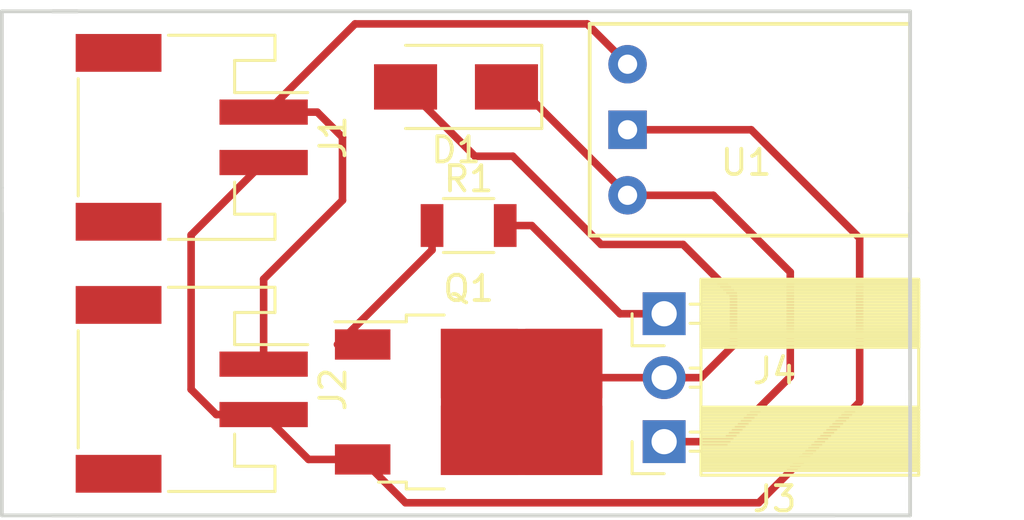
<source format=kicad_pcb>
(kicad_pcb (version 4) (host pcbnew 4.0.7)

  (general
    (links 14)
    (no_connects 0)
    (area 124.924999 88.225 165.07762 110.275)
    (thickness 1.6)
    (drawings 12)
    (tracks 46)
    (zones 0)
    (modules 8)
    (nets 7)
  )

  (page A4)
  (layers
    (0 F.Cu signal)
    (31 B.Cu signal)
    (32 B.Adhes user)
    (33 F.Adhes user)
    (34 B.Paste user)
    (35 F.Paste user)
    (36 B.SilkS user)
    (37 F.SilkS user)
    (38 B.Mask user)
    (39 F.Mask user)
    (40 Dwgs.User user)
    (41 Cmts.User user)
    (42 Eco1.User user)
    (43 Eco2.User user)
    (44 Edge.Cuts user)
    (45 Margin user)
    (46 B.CrtYd user)
    (47 F.CrtYd user)
    (48 B.Fab user)
    (49 F.Fab user)
  )

  (setup
    (last_trace_width 0.3)
    (trace_clearance 0.4)
    (zone_clearance 0.508)
    (zone_45_only no)
    (trace_min 0.2)
    (segment_width 0.2)
    (edge_width 0.15)
    (via_size 0.6)
    (via_drill 0.4)
    (via_min_size 0.4)
    (via_min_drill 0.3)
    (uvia_size 0.3)
    (uvia_drill 0.1)
    (uvias_allowed no)
    (uvia_min_size 0.2)
    (uvia_min_drill 0.1)
    (pcb_text_width 0.3)
    (pcb_text_size 1.5 1.5)
    (mod_edge_width 0.15)
    (mod_text_size 1 1)
    (mod_text_width 0.15)
    (pad_size 1.524 1.524)
    (pad_drill 0.762)
    (pad_to_mask_clearance 0.2)
    (aux_axis_origin 0 0)
    (visible_elements FFFFEF7F)
    (pcbplotparams
      (layerselection 0x00030_80000001)
      (usegerberextensions false)
      (excludeedgelayer true)
      (linewidth 0.100000)
      (plotframeref false)
      (viasonmask false)
      (mode 1)
      (useauxorigin false)
      (hpglpennumber 1)
      (hpglpenspeed 20)
      (hpglpendiameter 15)
      (hpglpenoverlay 2)
      (psnegative false)
      (psa4output false)
      (plotreference true)
      (plotvalue true)
      (plotinvisibletext false)
      (padsonsilk false)
      (subtractmaskfromsilk false)
      (outputformat 1)
      (mirror false)
      (drillshape 1)
      (scaleselection 1)
      (outputdirectory ""))
  )

  (net 0 "")
  (net 1 +3V8)
  (net 2 GND)
  (net 3 "Net-(D1-Pad1)")
  (net 4 "Net-(D1-Pad2)")
  (net 5 "Net-(J4-Pad1)")
  (net 6 "Net-(Q1-Pad1)")

  (net_class Default "This is the default net class."
    (clearance 0.4)
    (trace_width 0.3)
    (via_dia 0.6)
    (via_drill 0.4)
    (uvia_dia 0.3)
    (uvia_drill 0.1)
    (add_net +3V8)
    (add_net GND)
    (add_net "Net-(D1-Pad1)")
    (add_net "Net-(D1-Pad2)")
    (add_net "Net-(J4-Pad1)")
    (add_net "Net-(Q1-Pad1)")
  )

  (module Socket_Strips:Socket_Strip_Angled_1x02_Pitch2.54mm (layer F.Cu) (tedit 5A1C713E) (tstamp 5A0C6C3B)
    (at 151.25 106.075 180)
    (descr "Through hole angled socket strip, 1x02, 2.54mm pitch, 8.51mm socket length, single row")
    (tags "Through hole angled socket strip THT 1x02 2.54mm single row")
    (path /5A0C65C2)
    (fp_text reference J3 (at -4.38 -2.27 180) (layer F.SilkS)
      (effects (font (size 1 1) (thickness 0.15)))
    )
    (fp_text value "Sensor 5V Power" (at -7.75 2.075 180) (layer F.Fab)
      (effects (font (size 1 1) (thickness 0.15)))
    )
    (fp_line (start -1.52 -1.27) (end -1.52 1.27) (layer F.Fab) (width 0.1))
    (fp_line (start -1.52 1.27) (end -10.03 1.27) (layer F.Fab) (width 0.1))
    (fp_line (start -10.03 1.27) (end -10.03 -1.27) (layer F.Fab) (width 0.1))
    (fp_line (start -10.03 -1.27) (end -1.52 -1.27) (layer F.Fab) (width 0.1))
    (fp_line (start 0 -0.32) (end 0 0.32) (layer F.Fab) (width 0.1))
    (fp_line (start 0 0.32) (end -1.52 0.32) (layer F.Fab) (width 0.1))
    (fp_line (start -1.52 0.32) (end -1.52 -0.32) (layer F.Fab) (width 0.1))
    (fp_line (start -1.52 -0.32) (end 0 -0.32) (layer F.Fab) (width 0.1))
    (fp_line (start -1.52 1.27) (end -1.52 3.81) (layer F.Fab) (width 0.1))
    (fp_line (start -1.52 3.81) (end -10.03 3.81) (layer F.Fab) (width 0.1))
    (fp_line (start -10.03 3.81) (end -10.03 1.27) (layer F.Fab) (width 0.1))
    (fp_line (start -10.03 1.27) (end -1.52 1.27) (layer F.Fab) (width 0.1))
    (fp_line (start 0 2.22) (end 0 2.86) (layer F.Fab) (width 0.1))
    (fp_line (start 0 2.86) (end -1.52 2.86) (layer F.Fab) (width 0.1))
    (fp_line (start -1.52 2.86) (end -1.52 2.22) (layer F.Fab) (width 0.1))
    (fp_line (start -1.52 2.22) (end 0 2.22) (layer F.Fab) (width 0.1))
    (fp_line (start -1.46 -1.33) (end -1.46 1.27) (layer F.SilkS) (width 0.12))
    (fp_line (start -1.46 1.27) (end -10.09 1.27) (layer F.SilkS) (width 0.12))
    (fp_line (start -10.09 1.27) (end -10.09 -1.33) (layer F.SilkS) (width 0.12))
    (fp_line (start -10.09 -1.33) (end -1.46 -1.33) (layer F.SilkS) (width 0.12))
    (fp_line (start -1.03 -0.38) (end -1.46 -0.38) (layer F.SilkS) (width 0.12))
    (fp_line (start -1.03 0.38) (end -1.46 0.38) (layer F.SilkS) (width 0.12))
    (fp_line (start -1.46 -1.15) (end -10.09 -1.15) (layer F.SilkS) (width 0.12))
    (fp_line (start -1.46 -1.03) (end -10.09 -1.03) (layer F.SilkS) (width 0.12))
    (fp_line (start -1.46 -0.91) (end -10.09 -0.91) (layer F.SilkS) (width 0.12))
    (fp_line (start -1.46 -0.79) (end -10.09 -0.79) (layer F.SilkS) (width 0.12))
    (fp_line (start -1.46 -0.67) (end -10.09 -0.67) (layer F.SilkS) (width 0.12))
    (fp_line (start -1.46 -0.55) (end -10.09 -0.55) (layer F.SilkS) (width 0.12))
    (fp_line (start -1.46 -0.43) (end -10.09 -0.43) (layer F.SilkS) (width 0.12))
    (fp_line (start -1.46 -0.31) (end -10.09 -0.31) (layer F.SilkS) (width 0.12))
    (fp_line (start -1.46 -0.19) (end -10.09 -0.19) (layer F.SilkS) (width 0.12))
    (fp_line (start -1.46 -0.07) (end -10.09 -0.07) (layer F.SilkS) (width 0.12))
    (fp_line (start -1.46 0.05) (end -10.09 0.05) (layer F.SilkS) (width 0.12))
    (fp_line (start -1.46 0.17) (end -10.09 0.17) (layer F.SilkS) (width 0.12))
    (fp_line (start -1.46 0.29) (end -10.09 0.29) (layer F.SilkS) (width 0.12))
    (fp_line (start -1.46 0.41) (end -10.09 0.41) (layer F.SilkS) (width 0.12))
    (fp_line (start -1.46 0.53) (end -10.09 0.53) (layer F.SilkS) (width 0.12))
    (fp_line (start -1.46 0.65) (end -10.09 0.65) (layer F.SilkS) (width 0.12))
    (fp_line (start -1.46 0.77) (end -10.09 0.77) (layer F.SilkS) (width 0.12))
    (fp_line (start -1.46 0.89) (end -10.09 0.89) (layer F.SilkS) (width 0.12))
    (fp_line (start -1.46 1.01) (end -10.09 1.01) (layer F.SilkS) (width 0.12))
    (fp_line (start -1.46 1.13) (end -10.09 1.13) (layer F.SilkS) (width 0.12))
    (fp_line (start -1.46 1.25) (end -10.09 1.25) (layer F.SilkS) (width 0.12))
    (fp_line (start -1.46 1.37) (end -10.09 1.37) (layer F.SilkS) (width 0.12))
    (fp_line (start -1.46 1.27) (end -1.46 3.87) (layer F.SilkS) (width 0.12))
    (fp_line (start -1.46 3.87) (end -10.09 3.87) (layer F.SilkS) (width 0.12))
    (fp_line (start -10.09 3.87) (end -10.09 1.27) (layer F.SilkS) (width 0.12))
    (fp_line (start -10.09 1.27) (end -1.46 1.27) (layer F.SilkS) (width 0.12))
    (fp_line (start -1.03 2.16) (end -1.46 2.16) (layer F.SilkS) (width 0.12))
    (fp_line (start -1.03 2.92) (end -1.46 2.92) (layer F.SilkS) (width 0.12))
    (fp_line (start 0 -1.27) (end 1.27 -1.27) (layer F.SilkS) (width 0.12))
    (fp_line (start 1.27 -1.27) (end 1.27 0) (layer F.SilkS) (width 0.12))
    (fp_line (start 1.8 -1.8) (end 1.8 4.35) (layer F.CrtYd) (width 0.05))
    (fp_line (start 1.8 4.35) (end -10.55 4.35) (layer F.CrtYd) (width 0.05))
    (fp_line (start -10.55 4.35) (end -10.55 -1.8) (layer F.CrtYd) (width 0.05))
    (fp_line (start -10.55 -1.8) (end 1.8 -1.8) (layer F.CrtYd) (width 0.05))
    (fp_text user %R (at -4.38 -2.27 180) (layer F.Fab)
      (effects (font (size 1 1) (thickness 0.15)))
    )
    (pad 1 thru_hole rect (at 0 0 180) (size 1.7 1.7) (drill 1) (layers *.Cu *.Mask)
      (net 3 "Net-(D1-Pad1)"))
    (pad 2 thru_hole oval (at 0 2.54 180) (size 1.7 1.7) (drill 1) (layers *.Cu *.Mask))
    (model ${KISYS3DMOD}/Socket_Strips.3dshapes/Socket_Strip_Angled_1x02_Pitch2.54mm.wrl
      (at (xyz 0 -0.05 0))
      (scale (xyz 1 1 1))
      (rotate (xyz 0 0 270))
    )
  )

  (module Socket_Strips:Socket_Strip_Angled_1x01_Pitch2.54mm (layer F.Cu) (tedit 5A1C7139) (tstamp 5A0E1342)
    (at 151.25 101 180)
    (descr "Through hole angled socket strip, 1x01, 2.54mm pitch, 8.51mm socket length, single row")
    (tags "Through hole angled socket strip THT 1x01 2.54mm single row")
    (path /5A0E0D78)
    (fp_text reference J4 (at -4.38 -2.27 180) (layer F.SilkS)
      (effects (font (size 1 1) (thickness 0.15)))
    )
    (fp_text value "WiPy Sensor Enable Pin" (at -5 2 180) (layer F.Fab)
      (effects (font (size 1 1) (thickness 0.15)))
    )
    (fp_line (start -1.52 -1.27) (end -1.52 1.27) (layer F.Fab) (width 0.1))
    (fp_line (start -1.52 1.27) (end -10.03 1.27) (layer F.Fab) (width 0.1))
    (fp_line (start -10.03 1.27) (end -10.03 -1.27) (layer F.Fab) (width 0.1))
    (fp_line (start -10.03 -1.27) (end -1.52 -1.27) (layer F.Fab) (width 0.1))
    (fp_line (start 0 -0.32) (end 0 0.32) (layer F.Fab) (width 0.1))
    (fp_line (start 0 0.32) (end -1.52 0.32) (layer F.Fab) (width 0.1))
    (fp_line (start -1.52 0.32) (end -1.52 -0.32) (layer F.Fab) (width 0.1))
    (fp_line (start -1.52 -0.32) (end 0 -0.32) (layer F.Fab) (width 0.1))
    (fp_line (start -1.46 -1.33) (end -1.46 1.33) (layer F.SilkS) (width 0.12))
    (fp_line (start -1.46 1.33) (end -10.09 1.33) (layer F.SilkS) (width 0.12))
    (fp_line (start -10.09 1.33) (end -10.09 -1.33) (layer F.SilkS) (width 0.12))
    (fp_line (start -10.09 -1.33) (end -1.46 -1.33) (layer F.SilkS) (width 0.12))
    (fp_line (start -1.46 -1.33) (end -1.46 1.27) (layer F.SilkS) (width 0.12))
    (fp_line (start -1.46 1.27) (end -10.09 1.27) (layer F.SilkS) (width 0.12))
    (fp_line (start -10.09 1.27) (end -10.09 -1.33) (layer F.SilkS) (width 0.12))
    (fp_line (start -10.09 -1.33) (end -1.46 -1.33) (layer F.SilkS) (width 0.12))
    (fp_line (start -1.03 -0.38) (end -1.46 -0.38) (layer F.SilkS) (width 0.12))
    (fp_line (start -1.03 0.38) (end -1.46 0.38) (layer F.SilkS) (width 0.12))
    (fp_line (start -1.46 -1.15) (end -10.09 -1.15) (layer F.SilkS) (width 0.12))
    (fp_line (start -1.46 -1.03) (end -10.09 -1.03) (layer F.SilkS) (width 0.12))
    (fp_line (start -1.46 -0.91) (end -10.09 -0.91) (layer F.SilkS) (width 0.12))
    (fp_line (start -1.46 -0.79) (end -10.09 -0.79) (layer F.SilkS) (width 0.12))
    (fp_line (start -1.46 -0.67) (end -10.09 -0.67) (layer F.SilkS) (width 0.12))
    (fp_line (start -1.46 -0.55) (end -10.09 -0.55) (layer F.SilkS) (width 0.12))
    (fp_line (start -1.46 -0.43) (end -10.09 -0.43) (layer F.SilkS) (width 0.12))
    (fp_line (start -1.46 -0.31) (end -10.09 -0.31) (layer F.SilkS) (width 0.12))
    (fp_line (start -1.46 -0.19) (end -10.09 -0.19) (layer F.SilkS) (width 0.12))
    (fp_line (start -1.46 -0.07) (end -10.09 -0.07) (layer F.SilkS) (width 0.12))
    (fp_line (start -1.46 0.05) (end -10.09 0.05) (layer F.SilkS) (width 0.12))
    (fp_line (start -1.46 0.17) (end -10.09 0.17) (layer F.SilkS) (width 0.12))
    (fp_line (start -1.46 0.29) (end -10.09 0.29) (layer F.SilkS) (width 0.12))
    (fp_line (start -1.46 0.41) (end -10.09 0.41) (layer F.SilkS) (width 0.12))
    (fp_line (start -1.46 0.53) (end -10.09 0.53) (layer F.SilkS) (width 0.12))
    (fp_line (start -1.46 0.65) (end -10.09 0.65) (layer F.SilkS) (width 0.12))
    (fp_line (start -1.46 0.77) (end -10.09 0.77) (layer F.SilkS) (width 0.12))
    (fp_line (start -1.46 0.89) (end -10.09 0.89) (layer F.SilkS) (width 0.12))
    (fp_line (start -1.46 1.01) (end -10.09 1.01) (layer F.SilkS) (width 0.12))
    (fp_line (start -1.46 1.13) (end -10.09 1.13) (layer F.SilkS) (width 0.12))
    (fp_line (start -1.46 1.25) (end -10.09 1.25) (layer F.SilkS) (width 0.12))
    (fp_line (start -1.46 1.37) (end -10.09 1.37) (layer F.SilkS) (width 0.12))
    (fp_line (start 0 -1.27) (end 1.27 -1.27) (layer F.SilkS) (width 0.12))
    (fp_line (start 1.27 -1.27) (end 1.27 0) (layer F.SilkS) (width 0.12))
    (fp_line (start 1.8 -1.8) (end 1.8 1.8) (layer F.CrtYd) (width 0.05))
    (fp_line (start 1.8 1.8) (end -10.55 1.8) (layer F.CrtYd) (width 0.05))
    (fp_line (start -10.55 1.8) (end -10.55 -1.8) (layer F.CrtYd) (width 0.05))
    (fp_line (start -10.55 -1.8) (end 1.8 -1.8) (layer F.CrtYd) (width 0.05))
    (fp_text user %R (at -4.38 -2.27 180) (layer F.Fab)
      (effects (font (size 1 1) (thickness 0.15)))
    )
    (pad 1 thru_hole rect (at 0 0 180) (size 1.7 1.7) (drill 1) (layers *.Cu *.Mask)
      (net 5 "Net-(J4-Pad1)"))
    (model ${KISYS3DMOD}/Socket_Strips.3dshapes/Socket_Strip_Angled_1x01_Pitch2.54mm.wrl
      (at (xyz 0 0 0))
      (scale (xyz 1 1 1))
      (rotate (xyz 0 0 270))
    )
  )

  (module Diodes_SMD:D_SMA (layer F.Cu) (tedit 586432E5) (tstamp 5A16EFBB)
    (at 143 92 180)
    (descr "Diode SMA (DO-214AC)")
    (tags "Diode SMA (DO-214AC)")
    (path /5A0E0EBF)
    (attr smd)
    (fp_text reference D1 (at 0 -2.5 180) (layer F.SilkS)
      (effects (font (size 1 1) (thickness 0.15)))
    )
    (fp_text value D (at 0 2.6 180) (layer F.Fab)
      (effects (font (size 1 1) (thickness 0.15)))
    )
    (fp_text user %R (at 0 -2.5 180) (layer F.Fab)
      (effects (font (size 1 1) (thickness 0.15)))
    )
    (fp_line (start -3.4 -1.65) (end -3.4 1.65) (layer F.SilkS) (width 0.12))
    (fp_line (start 2.3 1.5) (end -2.3 1.5) (layer F.Fab) (width 0.1))
    (fp_line (start -2.3 1.5) (end -2.3 -1.5) (layer F.Fab) (width 0.1))
    (fp_line (start 2.3 -1.5) (end 2.3 1.5) (layer F.Fab) (width 0.1))
    (fp_line (start 2.3 -1.5) (end -2.3 -1.5) (layer F.Fab) (width 0.1))
    (fp_line (start -3.5 -1.75) (end 3.5 -1.75) (layer F.CrtYd) (width 0.05))
    (fp_line (start 3.5 -1.75) (end 3.5 1.75) (layer F.CrtYd) (width 0.05))
    (fp_line (start 3.5 1.75) (end -3.5 1.75) (layer F.CrtYd) (width 0.05))
    (fp_line (start -3.5 1.75) (end -3.5 -1.75) (layer F.CrtYd) (width 0.05))
    (fp_line (start -0.64944 0.00102) (end -1.55114 0.00102) (layer F.Fab) (width 0.1))
    (fp_line (start 0.50118 0.00102) (end 1.4994 0.00102) (layer F.Fab) (width 0.1))
    (fp_line (start -0.64944 -0.79908) (end -0.64944 0.80112) (layer F.Fab) (width 0.1))
    (fp_line (start 0.50118 0.75032) (end 0.50118 -0.79908) (layer F.Fab) (width 0.1))
    (fp_line (start -0.64944 0.00102) (end 0.50118 0.75032) (layer F.Fab) (width 0.1))
    (fp_line (start -0.64944 0.00102) (end 0.50118 -0.79908) (layer F.Fab) (width 0.1))
    (fp_line (start -3.4 1.65) (end 2 1.65) (layer F.SilkS) (width 0.12))
    (fp_line (start -3.4 -1.65) (end 2 -1.65) (layer F.SilkS) (width 0.12))
    (pad 1 smd rect (at -2 0 180) (size 2.5 1.8) (layers F.Cu F.Paste F.Mask)
      (net 3 "Net-(D1-Pad1)"))
    (pad 2 smd rect (at 2 0 180) (size 2.5 1.8) (layers F.Cu F.Paste F.Mask)
      (net 4 "Net-(D1-Pad2)"))
    (model ${KISYS3DMOD}/Diodes_SMD.3dshapes/D_SMA.wrl
      (at (xyz 0 0 0))
      (scale (xyz 1 1 1))
      (rotate (xyz 0 0 0))
    )
  )

  (module Resistors_SMD:R_1206 (layer F.Cu) (tedit 58E0A804) (tstamp 5A16EFEF)
    (at 143.5 97.5)
    (descr "Resistor SMD 1206, reflow soldering, Vishay (see dcrcw.pdf)")
    (tags "resistor 1206")
    (path /5A0E0E26)
    (attr smd)
    (fp_text reference R1 (at 0 -1.85) (layer F.SilkS)
      (effects (font (size 1 1) (thickness 0.15)))
    )
    (fp_text value R (at 0 1.95) (layer F.Fab)
      (effects (font (size 1 1) (thickness 0.15)))
    )
    (fp_text user %R (at 0 0) (layer F.Fab)
      (effects (font (size 0.7 0.7) (thickness 0.105)))
    )
    (fp_line (start -1.6 0.8) (end -1.6 -0.8) (layer F.Fab) (width 0.1))
    (fp_line (start 1.6 0.8) (end -1.6 0.8) (layer F.Fab) (width 0.1))
    (fp_line (start 1.6 -0.8) (end 1.6 0.8) (layer F.Fab) (width 0.1))
    (fp_line (start -1.6 -0.8) (end 1.6 -0.8) (layer F.Fab) (width 0.1))
    (fp_line (start 1 1.07) (end -1 1.07) (layer F.SilkS) (width 0.12))
    (fp_line (start -1 -1.07) (end 1 -1.07) (layer F.SilkS) (width 0.12))
    (fp_line (start -2.15 -1.11) (end 2.15 -1.11) (layer F.CrtYd) (width 0.05))
    (fp_line (start -2.15 -1.11) (end -2.15 1.1) (layer F.CrtYd) (width 0.05))
    (fp_line (start 2.15 1.1) (end 2.15 -1.11) (layer F.CrtYd) (width 0.05))
    (fp_line (start 2.15 1.1) (end -2.15 1.1) (layer F.CrtYd) (width 0.05))
    (pad 1 smd rect (at -1.45 0) (size 0.9 1.7) (layers F.Cu F.Paste F.Mask)
      (net 6 "Net-(Q1-Pad1)"))
    (pad 2 smd rect (at 1.45 0) (size 0.9 1.7) (layers F.Cu F.Paste F.Mask)
      (net 5 "Net-(J4-Pad1)"))
    (model ${KISYS3DMOD}/Resistors_SMD.3dshapes/R_1206.wrl
      (at (xyz 0 0 0))
      (scale (xyz 1 1 1))
      (rotate (xyz 0 0 0))
    )
  )

  (module TO_SOT_Packages_SMD:TO-252-2 (layer F.Cu) (tedit 5A1C7127) (tstamp 5A16F22B)
    (at 143.5 104.5)
    (descr "TO-252 / DPAK SMD package, http://www.infineon.com/cms/en/product/packages/PG-TO252/PG-TO252-3-1/")
    (tags "DPAK TO-252 DPAK-3 TO-252-3 SOT-428")
    (path /5A0E0DB0)
    (attr smd)
    (fp_text reference Q1 (at 0 -4.5) (layer F.SilkS)
      (effects (font (size 1 1) (thickness 0.15)))
    )
    (fp_text value IRLR2905 (at 1.5 1.75) (layer F.Fab)
      (effects (font (size 1 1) (thickness 0.15)))
    )
    (fp_line (start 3.95 -2.7) (end 4.95 -2.7) (layer F.Fab) (width 0.1))
    (fp_line (start 4.95 -2.7) (end 4.95 2.7) (layer F.Fab) (width 0.1))
    (fp_line (start 4.95 2.7) (end 3.95 2.7) (layer F.Fab) (width 0.1))
    (fp_line (start 3.95 -3.25) (end 3.95 3.25) (layer F.Fab) (width 0.1))
    (fp_line (start 3.95 3.25) (end -2.27 3.25) (layer F.Fab) (width 0.1))
    (fp_line (start -2.27 3.25) (end -2.27 -2.25) (layer F.Fab) (width 0.1))
    (fp_line (start -2.27 -2.25) (end -1.27 -3.25) (layer F.Fab) (width 0.1))
    (fp_line (start -1.27 -3.25) (end 3.95 -3.25) (layer F.Fab) (width 0.1))
    (fp_line (start -1.865 -2.655) (end -4.97 -2.655) (layer F.Fab) (width 0.1))
    (fp_line (start -4.97 -2.655) (end -4.97 -1.905) (layer F.Fab) (width 0.1))
    (fp_line (start -4.97 -1.905) (end -2.27 -1.905) (layer F.Fab) (width 0.1))
    (fp_line (start -2.27 1.905) (end -4.97 1.905) (layer F.Fab) (width 0.1))
    (fp_line (start -4.97 1.905) (end -4.97 2.655) (layer F.Fab) (width 0.1))
    (fp_line (start -4.97 2.655) (end -2.27 2.655) (layer F.Fab) (width 0.1))
    (fp_line (start -0.97 -3.45) (end -2.47 -3.45) (layer F.SilkS) (width 0.12))
    (fp_line (start -2.47 -3.45) (end -2.47 -3.18) (layer F.SilkS) (width 0.12))
    (fp_line (start -2.47 -3.18) (end -5.3 -3.18) (layer F.SilkS) (width 0.12))
    (fp_line (start -0.97 3.45) (end -2.47 3.45) (layer F.SilkS) (width 0.12))
    (fp_line (start -2.47 3.45) (end -2.47 3.18) (layer F.SilkS) (width 0.12))
    (fp_line (start -2.47 3.18) (end -3.57 3.18) (layer F.SilkS) (width 0.12))
    (fp_line (start -5.55 -3.5) (end -5.55 3.5) (layer F.CrtYd) (width 0.05))
    (fp_line (start -5.55 3.5) (end 5.55 3.5) (layer F.CrtYd) (width 0.05))
    (fp_line (start 5.55 3.5) (end 5.55 -3.5) (layer F.CrtYd) (width 0.05))
    (fp_line (start 5.55 -3.5) (end -5.55 -3.5) (layer F.CrtYd) (width 0.05))
    (fp_text user %R (at 0 0) (layer F.Fab)
      (effects (font (size 1 1) (thickness 0.15)))
    )
    (pad 1 smd rect (at -4.2 -2.28) (size 2.2 1.2) (layers F.Cu F.Paste F.Mask)
      (net 6 "Net-(Q1-Pad1)"))
    (pad 3 smd rect (at -4.2 2.28) (size 2.2 1.2) (layers F.Cu F.Paste F.Mask)
      (net 2 GND))
    (pad 2 smd rect (at 2.1 0) (size 6.4 5.8) (layers F.Cu F.Mask)
      (net 4 "Net-(D1-Pad2)"))
    (pad 2 smd rect (at 3.775 1.525) (size 3.05 2.75) (layers F.Cu F.Paste)
      (net 4 "Net-(D1-Pad2)"))
    (pad 2 smd rect (at 0.425 -1.525) (size 3.05 2.75) (layers F.Cu F.Paste)
      (net 4 "Net-(D1-Pad2)"))
    (pad 2 smd rect (at 3.775 -1.525) (size 3.05 2.75) (layers F.Cu F.Paste)
      (net 4 "Net-(D1-Pad2)"))
    (pad 2 smd rect (at 0.425 1.525) (size 3.05 2.75) (layers F.Cu F.Paste)
      (net 4 "Net-(D1-Pad2)"))
    (model ${KISYS3DMOD}/TO_SOT_Packages_SMD.3dshapes/TO-252-2.wrl
      (at (xyz 0 0 0))
      (scale (xyz 1 1 1))
      (rotate (xyz 0 0 0))
    )
  )

  (module ncp1402:NCP1402 (layer F.Cu) (tedit 5A1737FC) (tstamp 5A16EFFF)
    (at 161 89.5 180)
    (path /5A0E19DF)
    (fp_text reference U1 (at 6.5 -5.5 180) (layer F.SilkS)
      (effects (font (size 1 1) (thickness 0.15)))
    )
    (fp_text value NCP1402 (at 5.3 -7 180) (layer F.Fab)
      (effects (font (size 1 1) (thickness 0.15)))
    )
    (fp_line (start 0 0) (end 12.7 0) (layer F.SilkS) (width 0.15))
    (fp_line (start 12.7 0) (end 12.7 -8.4) (layer F.SilkS) (width 0.15))
    (fp_line (start 12.7 -8.4) (end 0 -8.4) (layer F.SilkS) (width 0.15))
    (fp_line (start 0 -8.4) (end 0 -0.1) (layer F.SilkS) (width 0.15))
    (pad 1 thru_hole circle (at 11.2 -1.6 180) (size 1.524 1.524) (drill 0.762) (layers *.Cu *.Mask)
      (net 1 +3V8))
    (pad 2 thru_hole rect (at 11.2 -4.2 180) (size 1.524 1.524) (drill 0.762) (layers *.Cu *.Mask)
      (net 2 GND))
    (pad 3 thru_hole circle (at 11.2 -6.8 180) (size 1.524 1.524) (drill 0.762) (layers *.Cu *.Mask)
      (net 3 "Net-(D1-Pad1)"))
  )

  (module Connectors_JST:JST_PH_S2B-PH-SM4-TB_02x2.00mm_Angled (layer F.Cu) (tedit 58D404C7) (tstamp 5A17EDE7)
    (at 132.5 94 270)
    (descr "JST PH series connector, S2B-PH-SM4-TB, side entry type, surface mount, Datasheet: http://www.jst-mfg.com/product/pdf/eng/ePH.pdf")
    (tags "connector jst ph")
    (path /5A0C656A)
    (attr smd)
    (fp_text reference J1 (at 0 -5.625 270) (layer F.SilkS)
      (effects (font (size 1 1) (thickness 0.15)))
    )
    (fp_text value "LiPo Battery" (at 0 5.375 270) (layer F.Fab)
      (effects (font (size 1 1) (thickness 0.15)))
    )
    (fp_line (start -3.15 -1.625) (end -3.15 -3.225) (layer F.Fab) (width 0.1))
    (fp_line (start -3.15 -3.225) (end -3.95 -3.225) (layer F.Fab) (width 0.1))
    (fp_line (start -3.95 -3.225) (end -3.95 4.375) (layer F.Fab) (width 0.1))
    (fp_line (start -3.95 4.375) (end 3.95 4.375) (layer F.Fab) (width 0.1))
    (fp_line (start 3.95 4.375) (end 3.95 -3.225) (layer F.Fab) (width 0.1))
    (fp_line (start 3.95 -3.225) (end 3.15 -3.225) (layer F.Fab) (width 0.1))
    (fp_line (start 3.15 -3.225) (end 3.15 -1.625) (layer F.Fab) (width 0.1))
    (fp_line (start 3.15 -1.625) (end -3.15 -1.625) (layer F.Fab) (width 0.1))
    (fp_line (start -1.775 -1.725) (end -3.05 -1.725) (layer F.SilkS) (width 0.12))
    (fp_line (start -3.05 -1.725) (end -3.05 -3.325) (layer F.SilkS) (width 0.12))
    (fp_line (start -3.05 -3.325) (end -4.05 -3.325) (layer F.SilkS) (width 0.12))
    (fp_line (start -4.05 -3.325) (end -4.05 0.9) (layer F.SilkS) (width 0.12))
    (fp_line (start 4.05 0.9) (end 4.05 -3.325) (layer F.SilkS) (width 0.12))
    (fp_line (start 4.05 -3.325) (end 3.05 -3.325) (layer F.SilkS) (width 0.12))
    (fp_line (start 3.05 -3.325) (end 3.05 -1.725) (layer F.SilkS) (width 0.12))
    (fp_line (start 3.05 -1.725) (end 1.775 -1.725) (layer F.SilkS) (width 0.12))
    (fp_line (start -2.325 4.475) (end 2.325 4.475) (layer F.SilkS) (width 0.12))
    (fp_line (start -1.775 -1.725) (end -1.775 -4.625) (layer F.SilkS) (width 0.12))
    (fp_line (start -2 -1.625) (end -1 -0.625) (layer F.Fab) (width 0.1))
    (fp_line (start -1 -0.625) (end 0 -1.625) (layer F.Fab) (width 0.1))
    (fp_line (start -4.6 -5.13) (end -4.6 5.07) (layer F.CrtYd) (width 0.05))
    (fp_line (start -4.6 5.07) (end 4.6 5.07) (layer F.CrtYd) (width 0.05))
    (fp_line (start 4.6 5.07) (end 4.6 -5.13) (layer F.CrtYd) (width 0.05))
    (fp_line (start 4.6 -5.13) (end -4.6 -5.13) (layer F.CrtYd) (width 0.05))
    (fp_text user %R (at 0 1.5 270) (layer F.Fab)
      (effects (font (size 1 1) (thickness 0.15)))
    )
    (pad 1 smd rect (at -1 -2.875 270) (size 1 3.5) (layers F.Cu F.Paste F.Mask)
      (net 1 +3V8))
    (pad 2 smd rect (at 1 -2.875 270) (size 1 3.5) (layers F.Cu F.Paste F.Mask)
      (net 2 GND))
    (pad "" smd rect (at -3.35 2.875 270) (size 1.5 3.4) (layers F.Cu F.Paste F.Mask))
    (pad "" smd rect (at 3.35 2.875 270) (size 1.5 3.4) (layers F.Cu F.Paste F.Mask))
    (model ${KISYS3DMOD}/Connectors_JST.3dshapes/JST_PH_S2B-PH-SM4-TB_02x2.00mm_Angled.wrl
      (at (xyz 0 0 0))
      (scale (xyz 1 1 1))
      (rotate (xyz 0 0 0))
    )
  )

  (module Connectors_JST:JST_PH_S2B-PH-SM4-TB_02x2.00mm_Angled (layer F.Cu) (tedit 58D404C7) (tstamp 5A17EE07)
    (at 132.5 104 270)
    (descr "JST PH series connector, S2B-PH-SM4-TB, side entry type, surface mount, Datasheet: http://www.jst-mfg.com/product/pdf/eng/ePH.pdf")
    (tags "connector jst ph")
    (path /5A0C658C)
    (attr smd)
    (fp_text reference J2 (at 0 -5.625 270) (layer F.SilkS)
      (effects (font (size 1 1) (thickness 0.15)))
    )
    (fp_text value "WiPy Power" (at 0 5.375 270) (layer F.Fab)
      (effects (font (size 1 1) (thickness 0.15)))
    )
    (fp_line (start -3.15 -1.625) (end -3.15 -3.225) (layer F.Fab) (width 0.1))
    (fp_line (start -3.15 -3.225) (end -3.95 -3.225) (layer F.Fab) (width 0.1))
    (fp_line (start -3.95 -3.225) (end -3.95 4.375) (layer F.Fab) (width 0.1))
    (fp_line (start -3.95 4.375) (end 3.95 4.375) (layer F.Fab) (width 0.1))
    (fp_line (start 3.95 4.375) (end 3.95 -3.225) (layer F.Fab) (width 0.1))
    (fp_line (start 3.95 -3.225) (end 3.15 -3.225) (layer F.Fab) (width 0.1))
    (fp_line (start 3.15 -3.225) (end 3.15 -1.625) (layer F.Fab) (width 0.1))
    (fp_line (start 3.15 -1.625) (end -3.15 -1.625) (layer F.Fab) (width 0.1))
    (fp_line (start -1.775 -1.725) (end -3.05 -1.725) (layer F.SilkS) (width 0.12))
    (fp_line (start -3.05 -1.725) (end -3.05 -3.325) (layer F.SilkS) (width 0.12))
    (fp_line (start -3.05 -3.325) (end -4.05 -3.325) (layer F.SilkS) (width 0.12))
    (fp_line (start -4.05 -3.325) (end -4.05 0.9) (layer F.SilkS) (width 0.12))
    (fp_line (start 4.05 0.9) (end 4.05 -3.325) (layer F.SilkS) (width 0.12))
    (fp_line (start 4.05 -3.325) (end 3.05 -3.325) (layer F.SilkS) (width 0.12))
    (fp_line (start 3.05 -3.325) (end 3.05 -1.725) (layer F.SilkS) (width 0.12))
    (fp_line (start 3.05 -1.725) (end 1.775 -1.725) (layer F.SilkS) (width 0.12))
    (fp_line (start -2.325 4.475) (end 2.325 4.475) (layer F.SilkS) (width 0.12))
    (fp_line (start -1.775 -1.725) (end -1.775 -4.625) (layer F.SilkS) (width 0.12))
    (fp_line (start -2 -1.625) (end -1 -0.625) (layer F.Fab) (width 0.1))
    (fp_line (start -1 -0.625) (end 0 -1.625) (layer F.Fab) (width 0.1))
    (fp_line (start -4.6 -5.13) (end -4.6 5.07) (layer F.CrtYd) (width 0.05))
    (fp_line (start -4.6 5.07) (end 4.6 5.07) (layer F.CrtYd) (width 0.05))
    (fp_line (start 4.6 5.07) (end 4.6 -5.13) (layer F.CrtYd) (width 0.05))
    (fp_line (start 4.6 -5.13) (end -4.6 -5.13) (layer F.CrtYd) (width 0.05))
    (fp_text user %R (at 0 1.5 270) (layer F.Fab)
      (effects (font (size 1 1) (thickness 0.15)))
    )
    (pad 1 smd rect (at -1 -2.875 270) (size 1 3.5) (layers F.Cu F.Paste F.Mask)
      (net 1 +3V8))
    (pad 2 smd rect (at 1 -2.875 270) (size 1 3.5) (layers F.Cu F.Paste F.Mask)
      (net 2 GND))
    (pad "" smd rect (at -3.35 2.875 270) (size 1.5 3.4) (layers F.Cu F.Paste F.Mask))
    (pad "" smd rect (at 3.35 2.875 270) (size 1.5 3.4) (layers F.Cu F.Paste F.Mask))
    (model ${KISYS3DMOD}/Connectors_JST.3dshapes/JST_PH_S2B-PH-SM4-TB_02x2.00mm_Angled.wrl
      (at (xyz 0 0 0))
      (scale (xyz 1 1 1))
      (rotate (xyz 0 0 0))
    )
  )

  (gr_line (start 125 109) (end 128 109) (angle 90) (layer Edge.Cuts) (width 0.15))
  (gr_line (start 125 89) (end 128 89) (angle 90) (layer Edge.Cuts) (width 0.15))
  (gr_line (start 125 89) (end 125 96) (angle 90) (layer Edge.Cuts) (width 0.15))
  (gr_line (start 128 89) (end 127 89) (angle 90) (layer Edge.Cuts) (width 0.15))
  (gr_line (start 161 89) (end 127 89) (angle 90) (layer Edge.Cuts) (width 0.15))
  (gr_line (start 161 96) (end 161 89) (angle 90) (layer Edge.Cuts) (width 0.15))
  (gr_line (start 161 109) (end 161 97) (angle 90) (layer Edge.Cuts) (width 0.15))
  (gr_line (start 127 109) (end 161 109) (angle 90) (layer Edge.Cuts) (width 0.15))
  (gr_line (start 125 97) (end 125 109) (angle 90) (layer Edge.Cuts) (width 0.15))
  (gr_line (start 161 96) (end 161 104) (angle 90) (layer Edge.Cuts) (width 0.15))
  (gr_line (start 125 104) (end 125 96) (angle 90) (layer Edge.Cuts) (width 0.15))
  (gr_line (start 158 109) (end 128 109) (angle 90) (layer Edge.Cuts) (width 0.15))

  (segment (start 135.375 93) (end 135.5 93) (width 0.3) (layer F.Cu) (net 1))
  (segment (start 135.5 93) (end 139 89.5) (width 0.3) (layer F.Cu) (net 1) (tstamp 5A17EEC4))
  (segment (start 148.2 89.5) (end 149.8 91.1) (width 0.3) (layer F.Cu) (net 1) (tstamp 5A17EEC7))
  (segment (start 139 89.5) (end 148.2 89.5) (width 0.3) (layer F.Cu) (net 1) (tstamp 5A17EEC5))
  (segment (start 135.375 103) (end 135.375 99.625) (width 0.3) (layer F.Cu) (net 1))
  (segment (start 137.5 93) (end 135.375 93) (width 0.3) (layer F.Cu) (net 1) (tstamp 5A17EEC1))
  (segment (start 138.5 94) (end 137.5 93) (width 0.3) (layer F.Cu) (net 1) (tstamp 5A17EEC0))
  (segment (start 138.5 96.5) (end 138.5 94) (width 0.3) (layer F.Cu) (net 1) (tstamp 5A17EEBE))
  (segment (start 135.375 99.625) (end 138.5 96.5) (width 0.3) (layer F.Cu) (net 1) (tstamp 5A17EEBC))
  (segment (start 139.3 106.78) (end 139.3 106.8) (width 0.3) (layer F.Cu) (net 2))
  (segment (start 139.3 106.8) (end 141 108.5) (width 0.3) (layer F.Cu) (net 2) (tstamp 5A17EECB))
  (segment (start 154.7 93.7) (end 149.8 93.7) (width 0.3) (layer F.Cu) (net 2) (tstamp 5A17EED4))
  (segment (start 159 98) (end 154.7 93.7) (width 0.3) (layer F.Cu) (net 2) (tstamp 5A17EED2))
  (segment (start 159 104.5) (end 159 98) (width 0.3) (layer F.Cu) (net 2) (tstamp 5A17EED0))
  (segment (start 155 108.5) (end 159 104.5) (width 0.3) (layer F.Cu) (net 2) (tstamp 5A17EECE))
  (segment (start 141 108.5) (end 155 108.5) (width 0.3) (layer F.Cu) (net 2) (tstamp 5A17EECC))
  (segment (start 132.5 97.875) (end 135.375 95) (width 0.3) (layer F.Cu) (net 2) (tstamp 5A17EEB7))
  (segment (start 132.5 104) (end 132.5 97.875) (width 0.3) (layer F.Cu) (net 2) (tstamp 5A17EEB6))
  (segment (start 133.5 105) (end 132.5 104) (width 0.3) (layer F.Cu) (net 2) (tstamp 5A17EEB5))
  (segment (start 135.375 105) (end 133.5 105) (width 0.3) (layer F.Cu) (net 2))
  (segment (start 139.3 106.78) (end 137.155 106.78) (width 0.3) (layer F.Cu) (net 2))
  (segment (start 137.155 106.78) (end 135.375 105) (width 0.3) (layer F.Cu) (net 2) (tstamp 5A17EEB1))
  (segment (start 149.8 96.3) (end 153.2 96.3) (width 0.3) (layer F.Cu) (net 3))
  (segment (start 153.675 106.075) (end 151.25 106.075) (width 0.3) (layer F.Cu) (net 3) (tstamp 5A17F301))
  (segment (start 156.25 103.5) (end 153.675 106.075) (width 0.3) (layer F.Cu) (net 3) (tstamp 5A17F2FF))
  (segment (start 156.25 99.35) (end 156.25 103.5) (width 0.3) (layer F.Cu) (net 3) (tstamp 5A17F2FD))
  (segment (start 153.2 96.3) (end 156.25 99.35) (width 0.3) (layer F.Cu) (net 3) (tstamp 5A17F2FC))
  (segment (start 145 92) (end 145.5 92) (width 0.3) (layer F.Cu) (net 3))
  (segment (start 145.5 92) (end 149.8 96.3) (width 0.3) (layer F.Cu) (net 3) (tstamp 5A17F2F9))
  (segment (start 151.25 103.535) (end 152.715 103.535) (width 0.3) (layer F.Cu) (net 4))
  (segment (start 143.75 94.75) (end 141 92) (width 0.3) (layer F.Cu) (net 4) (tstamp 5A17F2F4))
  (segment (start 145.25 94.75) (end 143.75 94.75) (width 0.3) (layer F.Cu) (net 4) (tstamp 5A17F2F2))
  (segment (start 148.75 98.25) (end 145.25 94.75) (width 0.3) (layer F.Cu) (net 4) (tstamp 5A17F2F0))
  (segment (start 152 98.25) (end 148.75 98.25) (width 0.3) (layer F.Cu) (net 4) (tstamp 5A17F2EE))
  (segment (start 154 100.25) (end 152 98.25) (width 0.3) (layer F.Cu) (net 4) (tstamp 5A17F2EC))
  (segment (start 154 102.25) (end 154 100.25) (width 0.3) (layer F.Cu) (net 4) (tstamp 5A17F2EA))
  (segment (start 152.715 103.535) (end 154 102.25) (width 0.3) (layer F.Cu) (net 4) (tstamp 5A17F2E9))
  (segment (start 151.25 103.535) (end 146.565 103.535) (width 0.3) (layer F.Cu) (net 4))
  (segment (start 146.565 103.535) (end 145.6 104.5) (width 0.3) (layer F.Cu) (net 4) (tstamp 5A17F2E6))
  (segment (start 141 92) (end 141 92.5) (width 0.3) (layer F.Cu) (net 4))
  (segment (start 144.64 103.51) (end 144.6 103.55) (width 0.3) (layer F.Cu) (net 4) (tstamp 5A17397D))
  (segment (start 144.95 97.5) (end 146 97.5) (width 0.3) (layer F.Cu) (net 5))
  (segment (start 149.5 101) (end 151.25 101) (width 0.3) (layer F.Cu) (net 5) (tstamp 5A1739F7))
  (segment (start 146 97.5) (end 149.5 101) (width 0.3) (layer F.Cu) (net 5) (tstamp 5A1739F6))
  (segment (start 142.05 97.5) (end 142.05 98.47) (width 0.3) (layer F.Cu) (net 6))
  (segment (start 142.05 98.47) (end 138.3 102.22) (width 0.3) (layer F.Cu) (net 6) (tstamp 5A1739E3))

)

</source>
